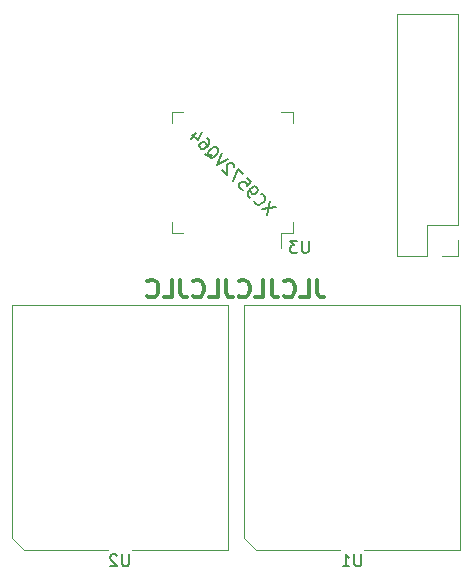
<source format=gbr>
%TF.GenerationSoftware,KiCad,Pcbnew,(5.1.10)-1*%
%TF.CreationDate,2021-12-30T15:20:08-05:00*%
%TF.ProjectId,LPCMangler,4c50434d-616e-4676-9c65-722e6b696361,rev?*%
%TF.SameCoordinates,Original*%
%TF.FileFunction,Legend,Bot*%
%TF.FilePolarity,Positive*%
%FSLAX46Y46*%
G04 Gerber Fmt 4.6, Leading zero omitted, Abs format (unit mm)*
G04 Created by KiCad (PCBNEW (5.1.10)-1) date 2021-12-30 15:20:08*
%MOMM*%
%LPD*%
G01*
G04 APERTURE LIST*
%ADD10C,0.300000*%
%ADD11C,0.120000*%
%ADD12C,0.150000*%
G04 APERTURE END LIST*
D10*
X162757571Y-89094571D02*
X162757571Y-90166000D01*
X162829000Y-90380285D01*
X162971857Y-90523142D01*
X163186142Y-90594571D01*
X163329000Y-90594571D01*
X161329000Y-90594571D02*
X162043285Y-90594571D01*
X162043285Y-89094571D01*
X159971857Y-90451714D02*
X160043285Y-90523142D01*
X160257571Y-90594571D01*
X160400428Y-90594571D01*
X160614714Y-90523142D01*
X160757571Y-90380285D01*
X160829000Y-90237428D01*
X160900428Y-89951714D01*
X160900428Y-89737428D01*
X160829000Y-89451714D01*
X160757571Y-89308857D01*
X160614714Y-89166000D01*
X160400428Y-89094571D01*
X160257571Y-89094571D01*
X160043285Y-89166000D01*
X159971857Y-89237428D01*
X158900428Y-89094571D02*
X158900428Y-90166000D01*
X158971857Y-90380285D01*
X159114714Y-90523142D01*
X159329000Y-90594571D01*
X159471857Y-90594571D01*
X157471857Y-90594571D02*
X158186142Y-90594571D01*
X158186142Y-89094571D01*
X156114714Y-90451714D02*
X156186142Y-90523142D01*
X156400428Y-90594571D01*
X156543285Y-90594571D01*
X156757571Y-90523142D01*
X156900428Y-90380285D01*
X156971857Y-90237428D01*
X157043285Y-89951714D01*
X157043285Y-89737428D01*
X156971857Y-89451714D01*
X156900428Y-89308857D01*
X156757571Y-89166000D01*
X156543285Y-89094571D01*
X156400428Y-89094571D01*
X156186142Y-89166000D01*
X156114714Y-89237428D01*
X155043285Y-89094571D02*
X155043285Y-90166000D01*
X155114714Y-90380285D01*
X155257571Y-90523142D01*
X155471857Y-90594571D01*
X155614714Y-90594571D01*
X153614714Y-90594571D02*
X154329000Y-90594571D01*
X154329000Y-89094571D01*
X152257571Y-90451714D02*
X152329000Y-90523142D01*
X152543285Y-90594571D01*
X152686142Y-90594571D01*
X152900428Y-90523142D01*
X153043285Y-90380285D01*
X153114714Y-90237428D01*
X153186142Y-89951714D01*
X153186142Y-89737428D01*
X153114714Y-89451714D01*
X153043285Y-89308857D01*
X152900428Y-89166000D01*
X152686142Y-89094571D01*
X152543285Y-89094571D01*
X152329000Y-89166000D01*
X152257571Y-89237428D01*
X151186142Y-89094571D02*
X151186142Y-90166000D01*
X151257571Y-90380285D01*
X151400428Y-90523142D01*
X151614714Y-90594571D01*
X151757571Y-90594571D01*
X149757571Y-90594571D02*
X150471857Y-90594571D01*
X150471857Y-89094571D01*
X148400428Y-90451714D02*
X148471857Y-90523142D01*
X148686142Y-90594571D01*
X148829000Y-90594571D01*
X149043285Y-90523142D01*
X149186142Y-90380285D01*
X149257571Y-90237428D01*
X149329000Y-89951714D01*
X149329000Y-89737428D01*
X149257571Y-89451714D01*
X149186142Y-89308857D01*
X149043285Y-89166000D01*
X148829000Y-89094571D01*
X148686142Y-89094571D01*
X148471857Y-89166000D01*
X148400428Y-89237428D01*
D11*
%TO.C,U3*%
X150465000Y-75850000D02*
X150465000Y-74900000D01*
X150465000Y-74900000D02*
X151415000Y-74900000D01*
X150465000Y-84170000D02*
X150465000Y-85120000D01*
X150465000Y-85120000D02*
X151415000Y-85120000D01*
X160685000Y-75850000D02*
X160685000Y-74900000D01*
X160685000Y-74900000D02*
X159735000Y-74900000D01*
X160685000Y-84170000D02*
X160685000Y-85120000D01*
X160685000Y-85120000D02*
X159735000Y-85120000D01*
X159735000Y-85120000D02*
X159735000Y-86410000D01*
%TO.C,U2*%
X145050000Y-112000000D02*
X137925000Y-112000000D01*
X137925000Y-112000000D02*
X136925000Y-111000000D01*
X136925000Y-111000000D02*
X136925000Y-91200000D01*
X136925000Y-91200000D02*
X155175000Y-91200000D01*
X155175000Y-91200000D02*
X155175000Y-112000000D01*
X155175000Y-112000000D02*
X147050000Y-112000000D01*
%TO.C,U1*%
X164735000Y-112000000D02*
X157610000Y-112000000D01*
X157610000Y-112000000D02*
X156610000Y-111000000D01*
X156610000Y-111000000D02*
X156610000Y-91200000D01*
X156610000Y-91200000D02*
X174860000Y-91200000D01*
X174860000Y-91200000D02*
X174860000Y-112000000D01*
X174860000Y-112000000D02*
X166735000Y-112000000D01*
%TO.C,J1*%
X169485000Y-87055000D02*
X172085000Y-87055000D01*
X169485000Y-87055000D02*
X169485000Y-66615000D01*
X169485000Y-66615000D02*
X174685000Y-66615000D01*
X174685000Y-84455000D02*
X174685000Y-66615000D01*
X172085000Y-84455000D02*
X174685000Y-84455000D01*
X172085000Y-87055000D02*
X172085000Y-84455000D01*
X174685000Y-87055000D02*
X174685000Y-85725000D01*
X173355000Y-87055000D02*
X174685000Y-87055000D01*
%TO.C,U3*%
D12*
X162051904Y-85812380D02*
X162051904Y-86621904D01*
X162004285Y-86717142D01*
X161956666Y-86764761D01*
X161861428Y-86812380D01*
X161670952Y-86812380D01*
X161575714Y-86764761D01*
X161528095Y-86717142D01*
X161480476Y-86621904D01*
X161480476Y-85812380D01*
X161099523Y-85812380D02*
X160480476Y-85812380D01*
X160813809Y-86193333D01*
X160670952Y-86193333D01*
X160575714Y-86240952D01*
X160528095Y-86288571D01*
X160480476Y-86383809D01*
X160480476Y-86621904D01*
X160528095Y-86717142D01*
X160575714Y-86764761D01*
X160670952Y-86812380D01*
X160956666Y-86812380D01*
X161051904Y-86764761D01*
X161099523Y-86717142D01*
X159245220Y-82905770D02*
X158066709Y-83141472D01*
X158773816Y-82434366D02*
X158538114Y-83612877D01*
X157460618Y-82400694D02*
X157460618Y-82468037D01*
X157527961Y-82602724D01*
X157595305Y-82670068D01*
X157729992Y-82737411D01*
X157864679Y-82737411D01*
X157965694Y-82703740D01*
X158134053Y-82602724D01*
X158235068Y-82501709D01*
X158336083Y-82333350D01*
X158369755Y-82232335D01*
X158369755Y-82097648D01*
X158302411Y-81962961D01*
X158235068Y-81895618D01*
X158100381Y-81828274D01*
X158033037Y-81828274D01*
X157056557Y-82131320D02*
X156921870Y-81996633D01*
X156888198Y-81895618D01*
X156888198Y-81828274D01*
X156921870Y-81659915D01*
X157022885Y-81491557D01*
X157292259Y-81222183D01*
X157393274Y-81188511D01*
X157460618Y-81188511D01*
X157561633Y-81222183D01*
X157696320Y-81356870D01*
X157729992Y-81457885D01*
X157729992Y-81525228D01*
X157696320Y-81626244D01*
X157527961Y-81794602D01*
X157426946Y-81828274D01*
X157359602Y-81828274D01*
X157258587Y-81794602D01*
X157123900Y-81659915D01*
X157090228Y-81558900D01*
X157090228Y-81491557D01*
X157123900Y-81390541D01*
X156787183Y-80447732D02*
X157123900Y-80784450D01*
X156820854Y-81154839D01*
X156820854Y-81087496D01*
X156787183Y-80986480D01*
X156618824Y-80818122D01*
X156517809Y-80784450D01*
X156450465Y-80784450D01*
X156349450Y-80818122D01*
X156181091Y-80986480D01*
X156147419Y-81087496D01*
X156147419Y-81154839D01*
X156181091Y-81255854D01*
X156349450Y-81424213D01*
X156450465Y-81457885D01*
X156517809Y-81457885D01*
X156517809Y-80178358D02*
X156046404Y-79706954D01*
X155642343Y-80717106D01*
X155743358Y-79538595D02*
X155743358Y-79471251D01*
X155709687Y-79370236D01*
X155541328Y-79201877D01*
X155440312Y-79168206D01*
X155372969Y-79168206D01*
X155271954Y-79201877D01*
X155204610Y-79269221D01*
X155137267Y-79403908D01*
X155137267Y-80212030D01*
X154699534Y-79774297D01*
X155204610Y-78865160D02*
X154261801Y-79336564D01*
X154733206Y-78393755D01*
X153251649Y-78461099D02*
X153352664Y-78494771D01*
X153487351Y-78494771D01*
X153689381Y-78494771D01*
X153790397Y-78528442D01*
X153857740Y-78595786D01*
X153655710Y-78730473D02*
X153756725Y-78764145D01*
X153891412Y-78764145D01*
X154059771Y-78663129D01*
X154295473Y-78427427D01*
X154396488Y-78259068D01*
X154396488Y-78124381D01*
X154362816Y-78023366D01*
X154228129Y-77888679D01*
X154127114Y-77855007D01*
X153992427Y-77855007D01*
X153824068Y-77956023D01*
X153588366Y-78191725D01*
X153487351Y-78360084D01*
X153487351Y-78494771D01*
X153521023Y-78595786D01*
X153655710Y-78730473D01*
X153453679Y-77114229D02*
X153588366Y-77248916D01*
X153622038Y-77349931D01*
X153622038Y-77417275D01*
X153588366Y-77585633D01*
X153487351Y-77753992D01*
X153217977Y-78023366D01*
X153116962Y-78057038D01*
X153049618Y-78057038D01*
X152948603Y-78023366D01*
X152813916Y-77888679D01*
X152780244Y-77787664D01*
X152780244Y-77720320D01*
X152813916Y-77619305D01*
X152982275Y-77450946D01*
X153083290Y-77417275D01*
X153150633Y-77417275D01*
X153251649Y-77450946D01*
X153386336Y-77585633D01*
X153420007Y-77686649D01*
X153420007Y-77753992D01*
X153386336Y-77855007D01*
X152544542Y-76676496D02*
X152073137Y-77147901D01*
X152982275Y-76575481D02*
X152645557Y-77248916D01*
X152207824Y-76811183D01*
%TO.C,U2*%
X146811904Y-112352380D02*
X146811904Y-113161904D01*
X146764285Y-113257142D01*
X146716666Y-113304761D01*
X146621428Y-113352380D01*
X146430952Y-113352380D01*
X146335714Y-113304761D01*
X146288095Y-113257142D01*
X146240476Y-113161904D01*
X146240476Y-112352380D01*
X145811904Y-112447619D02*
X145764285Y-112400000D01*
X145669047Y-112352380D01*
X145430952Y-112352380D01*
X145335714Y-112400000D01*
X145288095Y-112447619D01*
X145240476Y-112542857D01*
X145240476Y-112638095D01*
X145288095Y-112780952D01*
X145859523Y-113352380D01*
X145240476Y-113352380D01*
%TO.C,U1*%
X166496904Y-112352380D02*
X166496904Y-113161904D01*
X166449285Y-113257142D01*
X166401666Y-113304761D01*
X166306428Y-113352380D01*
X166115952Y-113352380D01*
X166020714Y-113304761D01*
X165973095Y-113257142D01*
X165925476Y-113161904D01*
X165925476Y-112352380D01*
X164925476Y-113352380D02*
X165496904Y-113352380D01*
X165211190Y-113352380D02*
X165211190Y-112352380D01*
X165306428Y-112495238D01*
X165401666Y-112590476D01*
X165496904Y-112638095D01*
%TD*%
M02*

</source>
